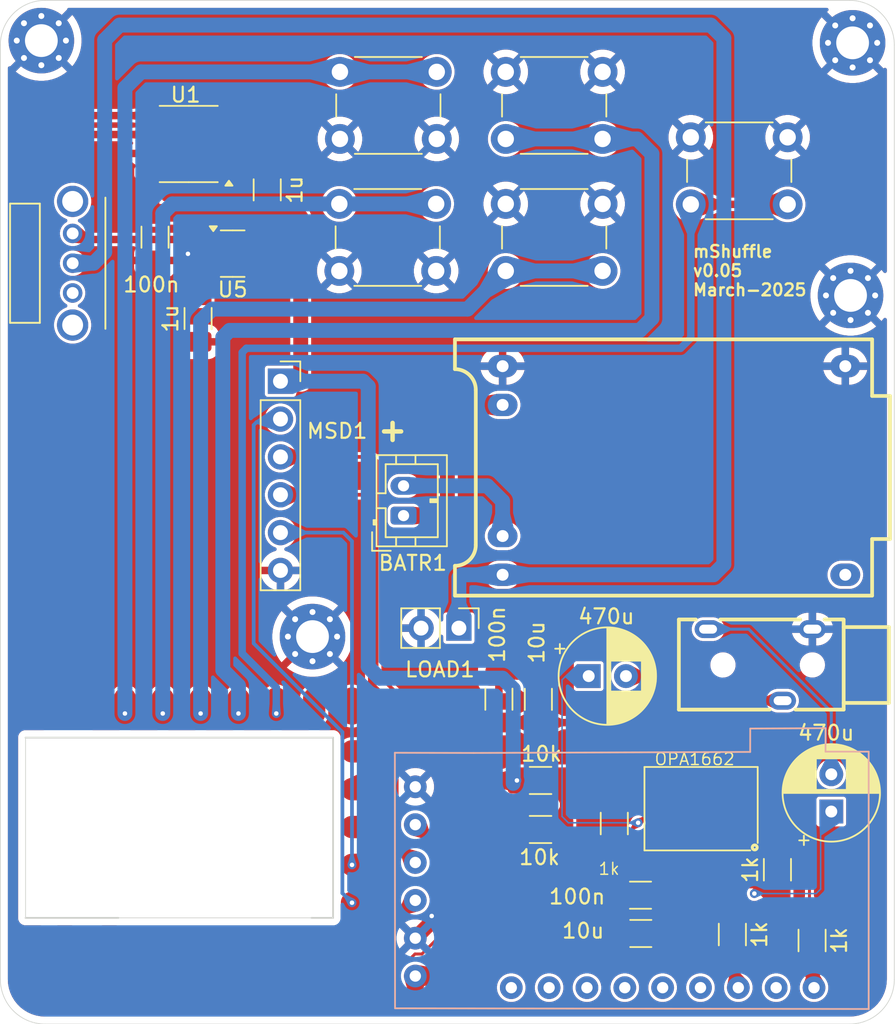
<source format=kicad_pcb>
(kicad_pcb (version 20241229) (generator "pcbnew") (generator_version "9.0")
  (layers (0 "F.Cu" signal) (2 "B.Cu" signal) (13 "F.Paste" user) (15 "B.Paste" user) (5 "F.SilkS" user "F.Silkscreen") (7 "B.SilkS" user "B.Silkscreen") (1 "F.Mask" user) (3 "B.Mask" user) (25 "Edge.Cuts" user))
  (net 0 "")
  (net 1 "GND")
  (net 2 "Net-(C1-Pad1)")
  (net 3 "Net-(U2-ROUT)")
  (net 4 "+3.3V")
  (net 5 "VBIAS")
  (net 6 "Net-(C2-Pad1)")
  (net 7 "Net-(U2-LOUT)")
  (net 8 "I2S_LCK")
  (net 9 "I2S_BCK")
  (net 10 "SDA")
  (net 11 "SCL")
  (net 12 "LOAD")
  (net 13 "SD_CS")
  (net 14 "SD_MISO")
  (net 15 "SD_MOSI")
  (net 16 "SD_CLK")
  (net 17 "Net-(RZ1-GP3)")
  (net 18 "Net-(RZ1-GP4)")
  (net 21 "Net-(RZ1-GP6)")
  (net 24 "Net-(RZ1-GP5)")
  (net 28 "I2S_DATA")
  (net 29 "Net-(RZ1-GP2)")
  (net 31 "Net-(BATR1-Pin_1)")
  (net 32 "Net-(BATR1-Pin_2)")
  (net 33 "Net-(U3A--)")
  (net 34 "Net-(U3B--)")
  (net 43 "Net-(C1-Pad2)")
  (net 44 "Net-(C2-Pad2)")
  (net 45 "LOAD_ON")
  (footprint "Button_Switch_THT:SW_PUSH_6mm" (layer "F.Cu") (at 33.92 11.1)
    (property "Reference" "SW7" (hide yes))
    (property "Value" "Push_Button" (hide yes))
    (pad "1" thru_hole circle (at 0 0 90) (size 2 2) (drill 1.1) (layers "*.Cu" "*.Mask") (net 1 "GND"))
    (pad "1" thru_hole circle (at 6.5 0 90) (size 2 2) (drill 1.1) (layers "*.Cu" "*.Mask") (net 1 "GND"))
    (pad "2" thru_hole circle (at 0 4.5 90) (size 2 2) (drill 1.1) (layers "*.Cu" "*.Mask") (net 24 "Net-(RZ1-GP5)"))
    (pad "2" thru_hole circle (at 6.5 4.5 90) (size 2 2) (drill 1.1) (layers "*.Cu" "*.Mask") (net 24 "Net-(RZ1-GP5)"))
  )
  (footprint "Capacitor_THT:CP_Radial_D6.3mm_P2.50mm" (layer "F.Cu") (at 39.487621 51.65)
    (property "Reference" "C2" (hide yes))
    (property "Value" "470u" (at 1.182379 -4 0) (layer "F.SilkS"))
    (pad "1" thru_hole rect (at 0 0) (size 1.6 1.6) (drill 0.8) (layers "*.Cu" "*.Mask") (net 6 "Net-(C2-Pad1)"))
    (pad "2" thru_hole circle (at 2.5 0) (size 1.6 1.6) (drill 0.8) (layers "*.Cu" "*.Mask") (net 44 "Net-(C2-Pad2)"))
  )
  (footprint "Button_Switch_THT:SW_PUSH_6mm" (layer "F.Cu") (at 46.34 15.49)
    (property "Reference" "SW8" (hide yes))
    (property "Value" "Push_Button" (hide yes))
    (pad "1" thru_hole circle (at 0 0 90) (size 2 2) (drill 1.1) (layers "*.Cu" "*.Mask") (net 1 "GND"))
    (pad "1" thru_hole circle (at 6.5 0 90) (size 2 2) (drill 1.1) (layers "*.Cu" "*.Mask") (net 1 "GND"))
    (pad "2" thru_hole circle (at 0 4.5 90) (size 2 2) (drill 1.1) (layers "*.Cu" "*.Mask") (net 21 "Net-(RZ1-GP6)"))
    (pad "2" thru_hole circle (at 6.5 4.5 90) (size 2 2) (drill 1.1) (layers "*.Cu" "*.Mask") (net 21 "Net-(RZ1-GP6)"))
  )
  (footprint "Connector_PinSocket_2.54mm:PinSocket_1x06_P2.54mm_Vertical" (layer "F.Cu") (at 18.8 31.86)
    (property "Reference" "MSD1" (at 3.8 3.34 0) (layer "F.SilkS"))
    (property "Value" "Conn_01x06_Pin")
    (pad "1" thru_hole rect (at 0 0) (size 1.7 1.7) (drill 1) (layers "*.Cu" "*.Mask") (net 4 "+3.3V"))
    (pad "2" thru_hole oval (at 0 2.54) (size 1.7 1.7) (drill 1) (layers "*.Cu" "*.Mask") (net 13 "SD_CS"))
    (pad "3" thru_hole oval (at 0 5.08) (size 1.7 1.7) (drill 1) (layers "*.Cu" "*.Mask") (net 15 "SD_MOSI"))
    (pad "4" thru_hole oval (at 0 7.62) (size 1.7 1.7) (drill 1) (layers "*.Cu" "*.Mask") (net 16 "SD_CLK"))
    (pad "5" thru_hole oval (at 0 10.16) (size 1.7 1.7) (drill 1) (layers "*.Cu" "*.Mask") (net 14 "SD_MISO"))
    (pad "6" thru_hole oval (at 0 12.7) (size 1.7 1.7) (drill 1) (layers "*.Cu" "*.Mask") (net 1 "GND"))
  )
  (footprint "Button_Switch_THT:SW_PUSH_6mm" (layer "F.Cu") (at 22.75 19.96)
    (property "Reference" "SW5" (hide yes))
    (property "Value" "Push_Button" (hide yes))
    (pad "1" thru_hole circle (at 0 0 90) (size 2 2) (drill 1.1) (layers "*.Cu" "*.Mask") (net 17 "Net-(RZ1-GP3)"))
    (pad "1" thru_hole circle (at 6.5 0 90) (size 2 2) (drill 1.1) (layers "*.Cu" "*.Mask") (net 17 "Net-(RZ1-GP3)"))
    (pad "2" thru_hole circle (at 0 4.5 90) (size 2 2) (drill 1.1) (layers "*.Cu" "*.Mask") (net 1 "GND"))
    (pad "2" thru_hole circle (at 6.5 4.5 90) (size 2 2) (drill 1.1) (layers "*.Cu" "*.Mask") (net 1 "GND"))
  )
  (footprint "MountingHole:MountingHole_2.2mm_M2_Pad_Via" (layer "F.Cu") (at 2.75 9)
    (property "Reference" "H3" (hide yes))
    (property "Value" "MountingHole_Pad" (hide yes))
    (pad "1" thru_hole circle (at -1.65 0) (size 0.7 0.7) (drill 0.4) (layers "*.Cu" "*.Mask") (net 1 "GND"))
    (pad "1" thru_hole circle (at -1.166726 -1.166726) (size 0.7 0.7) (drill 0.4) (layers "*.Cu" "*.Mask") (net 1 "GND"))
    (pad "1" thru_hole circle (at -1.166726 1.166726) (size 0.7 0.7) (drill 0.4) (layers "*.Cu" "*.Mask") (net 1 "GND"))
    (pad "1" thru_hole circle (at 0 -1.65) (size 0.7 0.7) (drill 0.4) (layers "*.Cu" "*.Mask") (net 1 "GND"))
    (pad "1" thru_hole circle (at 0 0) (size 4.4 4.4) (drill 2.2) (layers "*.Cu" "*.Mask") (net 1 "GND"))
    (pad "1" thru_hole circle (at 0 1.65) (size 0.7 0.7) (drill 0.4) (layers "*.Cu" "*.Mask") (net 1 "GND"))
    (pad "1" thru_hole circle (at 1.166726 -1.166726) (size 0.7 0.7) (drill 0.4) (layers "*.Cu" "*.Mask") (net 1 "GND"))
    (pad "1" thru_hole circle (at 1.166726 1.166726) (size 0.7 0.7) (drill 0.4) (layers "*.Cu" "*.Mask") (net 1 "GND"))
    (pad "1" thru_hole circle (at 1.65 0) (size 0.7 0.7) (drill 0.4) (layers "*.Cu" "*.Mask") (net 1 "GND"))
  )
  (footprint "Package_SO:SOIC-8_3.9x4.9mm_P1.27mm" (layer "F.Cu") (at 12.64 15.94 180)
    (property "Reference" "U1" (hide yes))
    (property "Value" "FM24CL64B" (hide yes))
    (pad "1" smd roundrect (at -2.475 -1.905 180) (size 1.95 0.6) (layers "F.Cu" "F.Mask" "F.Paste") (net 1 "GND"))
    (pad "2" smd roundrect (at -2.475 -0.635 180) (size 1.95 0.6) (layers "F.Cu" "F.Mask" "F.Paste") (net 1 "GND"))
    (pad "3" smd roundrect (at -2.475 0.635 180) (size 1.95 0.6) (layers "F.Cu" "F.Mask" "F.Paste") (net 1 "GND"))
    (pad "4" smd roundrect (at -2.475 1.905 180) (size 1.95 0.6) (layers "F.Cu" "F.Mask" "F.Paste") (net 1 "GND"))
    (pad "5" smd roundrect (at 2.475 1.905 180) (size 1.95 0.6) (layers "F.Cu" "F.Mask" "F.Paste") (net 10 "SDA"))
    (pad "6" smd roundrect (at 2.475 0.635 180) (size 1.95 0.6) (layers "F.Cu" "F.Mask" "F.Paste") (net 11 "SCL"))
    (pad "7" smd roundrect (at 2.475 -0.635 180) (size 1.95 0.6) (layers "F.Cu" "F.Mask" "F.Paste") (net 1 "GND"))
    (pad "8" smd roundrect (at 2.475 -1.905 180) (size 1.95 0.6) (layers "F.Cu" "F.Mask" "F.Paste") (net 4 "+3.3V"))
  )
  (footprint "Resistor_SMD:R_1206_3216Metric_Pad1.30x1.75mm_HandSolder" (layer "F.Cu") (at 41.205 61.544481 -90)
    (property "Reference" "R4" (hide yes))
    (property "Value" "1k" (at 3.04 0.35 180) (layer "F.SilkS") (effects (font (size 0.8 0.8) (thickness 0.1))))
    (pad "1" smd roundrect (at -1.55 0 270) (size 1.3 1.75) (layers "F.Cu" "F.Mask" "F.Paste") (roundrect_rratio 0.192308) (net 34 "Net-(U3B--)"))
    (pad "2" smd roundrect (at 1.55 0 270) (size 1.3 1.75) (layers "F.Cu" "F.Mask" "F.Paste") (roundrect_rratio 0.192308) (net 6 "Net-(C2-Pad1)"))
  )
  (footprint "Resistor_SMD:R_1206_3216Metric_Pad1.30x1.75mm_HandSolder" (layer "F.Cu") (at 52.155 64.644481 -90)
    (property "Reference" "R2" (hide yes))
    (property "Value" "1k" (at 0 1.82 90) (layer "F.SilkS"))
    (pad "1" smd roundrect (at -1.55 0 270) (size 1.3 1.75) (layers "F.Cu" "F.Mask" "F.Paste") (roundrect_rratio 0.192308) (net 33 "Net-(U3A--)"))
    (pad "2" smd roundrect (at 1.55 0 270) (size 1.3 1.75) (layers "F.Cu" "F.Mask" "F.Paste") (roundrect_rratio 0.192308) (net 2 "Net-(C1-Pad1)"))
  )
  (footprint "footprints:AUDIO-TH_PJ-3200-Fixed" (layer "F.Cu") (at 51 50.9 180)
    (property "Reference" "CN1" (hide yes))
    (property "Value" "PJ-3200" (hide yes))
    (pad "" np_thru_hole circle (at -3.5 0 180) (size 1.2 1.2) (drill 1.2) (layers "*.Cu" "*.Mask"))
    (pad "" np_thru_hole circle (at 2.5 0 180) (size 1.2 1.2) (drill 1.2) (layers "*.Cu" "*.Mask"))
    (pad "2" thru_hole oval (at -1.5 -2.4 180) (size 1.8 1.2) (drill oval 1.199998 0.599999) (layers "*.Cu" "*.Mask") (net 44 "Net-(C2-Pad2)"))
    (pad "3" thru_hole oval (at -3.5 2.4 180) (size 1.8 1.2) (drill oval 1.199998 0.599999) (layers "*.Cu" "*.Mask") (net 1 "GND"))
    (pad "4" thru_hole oval (at 3.5 2.4 180) (size 1.8 1.2) (drill oval 1.199998 0.599999) (layers "*.Cu" "*.Mask") (net 43 "Net-(C1-Pad2)"))
  )
  (footprint "Resistor_SMD:R_1206_3216Metric_Pad1.30x1.75mm_HandSolder" (layer "F.Cu") (at 54.48 69.394481 90)
    (property "Reference" "R1" (hide yes))
    (property "Value" "1k" (at 0 1.82 90) (layer "F.SilkS"))
    (pad "1" smd roundrect (at -1.55 0 90) (size 1.3 1.75) (layers "F.Cu" "F.Mask" "F.Paste") (roundrect_rratio 0.192308) (net 7 "Net-(U2-LOUT)"))
    (pad "2" smd roundrect (at 1.55 0 90) (size 1.3 1.75) (layers "F.Cu" "F.Mask" "F.Paste") (roundrect_rratio 0.192308) (net 33 "Net-(U3A--)"))
  )
  (footprint "footprints:rp2040-zero-smd-pads-cutout-fixed" (layer "F.Cu") (at 13.44 61.78 90)
    (property "Reference" "RZ1" (hide yes))
    (property "Value" "RP2350-Zero" (hide yes))
    (fp_line (start -6.096 -11.75) (end 6 -11.75) (stroke (width 0.05)) (layer "Edge.Cuts"))
    (fp_line (start -6.096 -5.518) (end -6.096 -11.75) (stroke (width 0.12)) (layer "Edge.Cuts"))
    (fp_line (start -6.096 7.436) (end -6.096 -5.518) (stroke (width 0.05)) (layer "Edge.Cuts"))
    (fp_line (start 6 8.89) (end 6 -11.75) (stroke (width 0.12)) (layer "Edge.Cuts"))
    (fp_line (start -6.096 8.89) (end -6.096 7.436) (stroke (width 0.12)) (layer "Edge.Cuts"))
    (fp_line (start -6.096 8.89) (end 6 8.89) (stroke (width 0.12)) (layer "Edge.Cuts"))
    (pad "1" smd oval (at 7.62 -10.16 270) (size 2.5 1.5) (drill (offset -0.5 0)) (layers "F.Cu" "F.Mask" "F.Paste") (net 10 "SDA"))
    (pad "2" smd oval (at 7.62 -7.62 270) (size 2.5 1.5) (drill (offset -0.5 0)) (layers "F.Cu" "F.Mask" "F.Paste") (net 11 "SCL"))
    (pad "3" smd oval (at 7.62 -5.08 270) (size 2.5 1.5) (drill (offset -0.5 0)) (layers "F.Cu" "F.Mask" "F.Paste") (net 29 "Net-(RZ1-GP2)"))
    (pad "4" smd oval (at 7.62 -2.54 270) (size 2.5 1.5) (drill (offset -0.5 0)) (layers "F.Cu" "F.Mask" "F.Paste") (net 17 "Net-(RZ1-GP3)"))
    (pad "5" smd oval (at 7.62 0 270) (size 2.5 1.5) (drill (offset -0.5 0)) (layers "F.Cu" "F.Mask" "F.Paste") (net 18 "Net-(RZ1-GP4)"))
    (pad "6" smd oval (at 7.62 2.54 270) (size 2.5 1.5) (drill (offset -0.5 0)) (layers "F.Cu" "F.Mask" "F.Paste") (net 24 "Net-(RZ1-GP5)"))
    (pad "7" smd oval (at 7.62 5.08 270) (size 2.5 1.5) (drill (offset -0.5 0)) (layers "F.Cu" "F.Mask" "F.Paste") (net 21 "Net-(RZ1-GP6)"))
    (pad "8" smd oval (at 7.62 7.62 270) (size 2.5 1.5) (drill (offset -0.5 0)) (layers "F.Cu" "F.Mask" "F.Paste"))
    (pad "9" smd oval (at 7.62 10.16 270) (size 2.5 1.5) (drill (offset -0.5 0)) (layers "F.Cu" "F.Mask" "F.Paste"))
    (pad "10" smd oval (at 5.08 10.16 180) (size 2.5 1.5) (drill (offset -0.5 0)) (layers "F.Cu" "F.Mask" "F.Paste"))
    (pad "11" smd oval (at 2.54 10.16 180) (size 2.5 1.5) (drill (offset -0.5 0)) (layers "F.Cu" "F.Mask" "F.Paste") (net 16 "SD_CLK"))
    (pad "12" smd oval (at 0 10.16 180) (size 2.5 1.5) (drill (offset -0.5 0)) (layers "F.Cu" "F.Mask" "F.Paste") (net 15 "SD_MOSI"))
    (pad "13" smd oval (at -2.54 10.16 180) (size 2.5 1.5) (drill (offset -0.5 0)) (layers "F.Cu" "F.Mask" "F.Paste") (net 14 "SD_MISO"))
    (pad "14" smd oval (at -5.08 10.16 180) (size 2.5 1.5) (drill (offset -0.5 0)) (layers "F.Cu" "F.Mask" "F.Paste") (net 13 "SD_CS"))
    (pad "15" smd oval (at -7.62 10.16 90) (size 2.5 1.5) (drill (offset -0.5 0)) (layers "F.Cu" "F.Mask" "F.Paste"))
    (pad "16" smd oval (at -7.62 7.62 90) (size 2.5 1.5) (drill (offset -0.5 0)) (layers "F.Cu" "F.Mask" "F.Paste"))
    (pad "17" smd oval (at -7.62 5.08 90) (size 2.5 1.5) (drill (offset -0.5 0)) (layers "F.Cu" "F.Mask" "F.Paste") (net 9 "I2S_BCK"))
    (pad "18" smd oval (at -7.62 2.54 90) (size 2.5 1.5) (drill (offset -0.5 0)) (layers "F.Cu" "F.Mask" "F.Paste") (net 8 "I2S_LCK"))
    (pad "19" smd oval (at -7.62 0 90) (size 2.5 1.5) (drill (offset -0.5 0)) (layers "F.Cu" "F.Mask" "F.Paste") (net 28 "I2S_DATA"))
    (pad "20" smd oval (at -7.62 -2.54 90) (size 2.5 1.5) (drill (offset -0.5 0)) (layers "F.Cu" "F.Mask" "F.Paste"))
    (pad "21" smd oval (at -7.62 -5.08 90) (size 2.5 1.5) (drill (offset -0.5 0)) (layers "F.Cu" "F.Mask" "F.Paste") (net 4 "+3.3V"))
    (pad "22" smd oval (at -7.62 -10.16 90) (size 2.5 1.5) (drill (offset -0.5 0)) (layers "F.Cu" "F.Mask" "F.Paste"))
    (pad "23" smd oval (at -7.62 -7.62 90) (size 2.5 1.5) (drill (offset -0.5 0)) (layers "F.Cu" "F.Mask" "F.Paste") (net 1 "GND"))
  )
  (footprint "footprints:TP4056_USB-C_module-Fixed" (layer "F.Cu") (at 47.11 35.05 180)
    (property "Reference" "TP1" (hide yes))
    (property "Value" "~")
    (pad "1" thru_hole oval (at -9.6 -9.8 180) (size 2 1.5) (drill 0.8) (layers "*.Cu" "*.Mask"))
    (pad "2" thru_hole oval (at -9.6 4.2 180) (size 2 1.5) (drill 0.8) (layers "*.Cu" "*.Mask") (net 1 "GND"))
    (pad "3" thru_hole oval (at 13.4 -7.2 180) (size 2 1.5) (drill 0.8) (layers "*.Cu" "*.Mask") (net 32 "Net-(BATR1-Pin_2)"))
    (pad "4" thru_hole oval (at 13.4 1.6 180) (size 2 1.5) (drill 0.8) (layers "*.Cu" "*.Mask") (net 31 "Net-(BATR1-Pin_1)"))
    (pad "5" thru_hole oval (at 13.4 -9.8 180) (size 2 1.5) (drill 0.8) (layers "*.Cu" "*.Mask") (net 12 "LOAD"))
    (pad "6" thru_hole oval (at 13.4 4.2 180) (size 2 1.5) (drill 0.8) (layers "*.Cu" "*.Mask") (net 1 "GND"))
  )
  (footprint "Button_Switch_THT:SW_PUSH_6mm" (layer "F.Cu") (at 33.92 19.96)
    (property "Reference" "SW6" (hide yes))
    (property "Value" "Push_Button" (hide yes))
    (pad "1" thru_hole circle (at 0 0 90) (size 2 2) (drill 1.1) (layers "*.Cu" "*.Mask") (net 1 "GND"))
    (pad "1" thru_hole circle (at 6.5 0 90) (size 2 2) (drill 1.1) (layers "*.Cu" "*.Mask") (net 1 "GND"))
    (pad "2" thru_hole circle (at 0 4.5 90) (size 2 2) (drill 1.1) (layers "*.Cu" "*.Mask") (net 18 "Net-(RZ1-GP4)"))
    (pad "2" thru_hole circle (at 6.5 4.5 90) (size 2 2) (drill 1.1) (layers "*.Cu" "*.Mask") (net 18 "Net-(RZ1-GP4)"))
  )
  (footprint "Capacitor_SMD:C_1206_3216Metric_Pad1.33x1.80mm_HandSolder" (layer "F.Cu") (at 33.46 53.2025 90)
    (property "Reference" "C39" (hide yes))
    (property "Value" "100n" (at 4.3425 -0.11 270) (layer "F.SilkS"))
    (pad "1" smd roundrect (at -1.5625 0 90) (size 1.325 1.8) (layers "F.Cu" "F.Mask" "F.Paste") (roundrect_rratio 0.188679) (net 5 "VBIAS"))
    (pad "2" smd roundrect (at 1.5625 0 90) (size 1.325 1.8) (layers "F.Cu" "F.Mask" "F.Paste") (roundrect_rratio 0.188679) (net 1 "GND"))
  )
  (footprint "Connector_PinHeader_2.54mm:PinHeader_1x02_P2.54mm_Vertical" (layer "F.Cu") (at 30.775 48.43 -90)
    (property "Reference" "LOAD1" (at 2.78 1.275 0) (layer "F.SilkS"))
    (property "Value" "Conn_01x02" (hide yes))
    (pad "1" thru_hole rect (at 0 0 270) (size 1.7 1.7) (drill 1) (layers "*.Cu" "*.Mask") (net 12 "LOAD"))
    (pad "2" thru_hole oval (at 0 2.54 270) (size 1.7 1.7) (drill 1) (layers "*.Cu" "*.Mask") (net 1 "GND"))
  )
  (footprint "Resistor_SMD:R_1206_3216Metric_Pad1.30x1.75mm_HandSolder" (layer "F.Cu") (at 49.13 68.994481 90)
    (property "Reference" "R5" (hide yes))
    (property "Value" "1k" (at 0 1.82 90) (layer "F.SilkS"))
    (pad "1" smd roundrect (at -1.55 0 90) (size 1.3 1.75) (layers "F.Cu" "F.Mask" "F.Paste") (roundrect_rratio 0.192308) (net 3 "Net-(U2-ROUT)"))
    (pad "2" smd roundrect (at 1.55 0 90) (size 1.3 1.75) (layers "F.Cu" "F.Mask" "F.Paste") (roundrect_rratio 0.192308) (net 34 "Net-(U3B--)"))
  )
  (footprint "Button_Switch_THT:SW_PUSH_6mm" (layer "F.Cu") (at 22.79 11.1)
    (property "Reference" "SW4" (hide yes))
    (property "Value" "Push_Button" (hide yes))
    (pad "1" thru_hole circle (at 0 0 90) (size 2 2) (drill 1.1) (layers "*.Cu" "*.Mask") (net 29 "Net-(RZ1-GP2)"))
    (pad "1" thru_hole circle (at 6.5 0 90) (size 2 2) (drill 1.1) (layers "*.Cu" "*.Mask") (net 29 "Net-(RZ1-GP2)"))
    (pad "2" thru_hole circle (at 0 4.5 90) (size 2 2) (drill 1.1) (layers "*.Cu" "*.Mask") (net 1 "GND"))
    (pad "2" thru_hole circle (at 6.5 4.5 90) (size 2 2) (drill 1.1) (layers "*.Cu" "*.Mask") (net 1 "GND"))
  )
  (footprint "Capacitor_SMD:C_1206_3216Metric_Pad1.33x1.80mm_HandSolder" (layer "F.Cu") (at 42.965 66.354481 180)
    (property "Reference" "C41" (hide yes))
    (property "Value" "100n" (at 4.25 -0.1 0) (layer "F.SilkS"))
    (pad "1" smd roundrect (at -1.5625 0 180) (size 1.325 1.8) (layers "F.Cu" "F.Mask" "F.Paste") (roundrect_rratio 0.188679) (net 4 "+3.3V"))
    (pad "2" smd roundrect (at 1.5625 0 180) (size 1.325 1.8) (layers "F.Cu" "F.Mask" "F.Paste") (roundrect_rratio 0.188679) (net 1 "GND"))
  )
  (footprint "Capacitor_SMD:C_1206_3216Metric_Pad1.33x1.80mm_HandSolder" (layer "F.Cu") (at 17.91 19.0175 90)
    (property "Reference" "C44" (hide yes))
    (property "Value" "1u" (at 0 1.85 90) (layer "F.SilkS"))
    (pad "1" smd roundrect (at -1.5625 0 90) (size 1.325 1.8) (layers "F.Cu" "F.Mask" "F.Paste") (roundrect_rratio 0.188679) (net 4 "+3.3V"))
    (pad "2" smd roundrect (at 1.5625 0 90) (size 1.325 1.8) (layers "F.Cu" "F.Mask" "F.Paste") (roundrect_rratio 0.188679) (net 1 "GND"))
  )
  (footprint "MountingHole:MountingHole_2.2mm_M2_Pad_Via" (layer "F.Cu") (at 20.95 49)
    (property "Reference" "H1" (hide yes))
    (property "Value" "MountingHole_Pad" (hide yes))
    (pad "1" thru_hole circle (at -1.65 0) (size 0.7 0.7) (drill 0.4) (layers "*.Cu" "*.Mask") (net 1 "GND"))
    (pad "1" thru_hole circle (at -1.166726 -1.166726) (size 0.7 0.7) (drill 0.4) (layers "*.Cu" "*.Mask") (net 1 "GND"))
    (pad "1" thru_hole circle (at -1.166726 1.166726) (size 0.7 0.7) (drill 0.4) (layers "*.Cu" "*.Mask") (net 1 "GND"))
    (pad "1" thru_hole circle (at 0 -1.65) (size 0.7 0.7) (drill 0.4) (layers "*.Cu" "*.Mask") (net 1 "GND"))
    (pad "1" thru_hole circle (at 0 0) (size 4.4 4.4) (drill 2.2) (layers "*.Cu" "*.Mask") (net 1 "GND"))
    (pad "1" thru_hole circle (at 0 1.65) (size 0.7 0.7) (drill 0.4) (layers "*.Cu" "*.Mask") (net 1 "GND"))
    (pad "1" thru_hole circle (at 1.166726 -1.166726) (size 0.7 0.7) (drill 0.4) (layers "*.Cu" "*.Mask") (net 1 "GND"))
    (pad "1" thru_hole circle (at 1.166726 1.166726) (size 0.7 0.7) (drill 0.4) (layers "*.Cu" "*.Mask") (net 1 "GND"))
    (pad "1" thru_hole circle (at 1.65 0) (size 0.7 0.7) (drill 0.4) (layers "*.Cu" "*.Mask") (net 1 "GND"))
  )
  (footprint "footprints:SK12D07VG4-Fixed" (layer "F.Cu") (at 4.85 23.94 -90)
    (property "Reference" "U4" (hide yes))
    (property "Value" "SK12D07VG4" (hide yes))
    (pad "" thru_hole circle (at -4.15 0 270) (size 2.1 2.1) (drill 1.4) (layers "*.Cu" "*.Mask"))
    (pad "" thru_hole circle (at 4.15 0 270) (size 2.1 2.1) (drill 1.4) (layers "*.Cu" "*.Mask"))
    (pad "1" thru_hole circle (at -2 0 270) (size 1.308 1.308) (drill 0.8) (layers "*.Cu" "*.Mask") (net 45 "LOAD_ON"))
    (pad "2" thru_hole circle (at 2 0 270) (size 1.308 1.308) (drill 0.8) (layers "*.Cu" "*.Mask"))
    (pad "COM" thru_hole circle (at 0 0 270) (size 1.308 1.308) (drill 0.8) (layers "*.Cu" "*.Mask") (net 12 "LOAD"))
  )
  (footprint "Capacitor_THT:CP_Radial_D6.3mm_P2.50mm" (layer "F.Cu") (at 55.77 60.74 90)
    (property "Reference" "C1" (hide yes))
    (property "Value" "470u" (at 5.279594 -0.345 180) (layer "F.SilkS"))
    (pad "1" thru_hole rect (at 0 0 90) (size 1.6 1.6) (drill 0.8) (layers "*.Cu" "*.Mask") (net 2 "Net-(C1-Pad1)"))
    (pad "2" thru_hole circle (at 2.5 0 90) (size 1.6 1.6) (drill 0.8) (layers "*.Cu" "*.Mask") (net 43 "Net-(C1-Pad2)"))
  )
  (footprint "MountingHole:MountingHole_2.2mm_M2_Pad_Via" (layer "F.Cu") (at 57.2 9.15)
    (property "Reference" "H4" (hide yes))
    (property "Value" "MountingHole_Pad" (hide yes))
    (pad "1" thru_hole circle (at -1.65 0) (size 0.7 0.7) (drill 0.4) (layers "*.Cu" "*.Mask") (net 1 "GND"))
    (pad "1" thru_hole circle (at -1.166726 -1.166726) (size 0.7 0.7) (drill 0.4) (layers "*.Cu" "*.Mask") (net 1 "GND"))
    (pad "1" thru_hole circle (at -1.166726 1.166726) (size 0.7 0.7) (drill 0.4) (layers "*.Cu" "*.Mask") (net 1 "GND"))
    (pad "1" thru_hole circle (at 0 -1.65) (size 0.7 0.7) (drill 0.4) (layers "*.Cu" "*.Mask") (net 1 "GND"))
    (pad "1" thru_hole circle (at 0 0) (size 4.4 4.4) (drill 2.2) (layers "*.Cu" "*.Mask") (net 1 "GND"))
    (pad "1" thru_hole circle (at 0 1.65) (size 0.7 0.7) (drill 0.4) (layers "*.Cu" "*.Mask") (net 1 "GND"))
    (pad "1" thru_hole circle (at 1.166726 -1.166726) (size 0.7 0.7) (drill 0.4) (layers "*.Cu" "*.Mask") (net 1 "GND"))
    (pad "1" thru_hole circle (at 1.166726 1.166726) (size 0.7 0.7) (drill 0.4) (layers "*.Cu" "*.Mask") (net 1 "GND"))
    (pad "1" thru_hole circle (at 1.65 0) (size 0.7 0.7) (drill 0.4) (layers "*.Cu" "*.Mask") (net 1 "GND"))
  )
  (footprint "MountingHole:MountingHole_2.2mm_M2_Pad_Via" (layer "F.Cu") (at 57.063274 26.103274)
    (property "Reference" "H2" (hide yes))
    (property "Value" "MountingHole_Pad" (hide yes))
    (pad "1" thru_hole circle (at -1.65 0) (size 0.7 0.7) (drill 0.4) (layers "*.Cu" "*.Mask") (net 1 "GND"))
    (pad "1" thru_hole circle (at -1.166726 -1.166726) (size 0.7 0.7) (drill 0.4) (layers "*.Cu" "*.Mask") (net 1 "GND"))
    (pad "1" thru_hole circle (at -1.166726 1.166726) (size 0.7 0.7) (drill 0.4) (layers "*.Cu" "*.Mask") (net 1 "GND"))
    (pad "1" thru_hole circle (at 0 -1.65) (size 0.7 0.7) (drill 0.4) (layers "*.Cu" "*.Mask") (net 1 "GND"))
    (pad "1" thru_hole circle (at 0 0) (size 4.4 4.4) (drill 2.2) (layers "*.Cu" "*.Mask") (net 1 "GND"))
    (pad "1" thru_hole circle (at 0 1.65) (size 0.7 0.7) (drill 0.4) (layers "*.Cu" "*.Mask") (net 1 "GND"))
    (pad "1" thru_hole circle (at 1.166726 -1.166726) (size 0.7 0.7) (drill 0.4) (layers "*.Cu" "*.Mask") (net 1 "GND"))
    (pad "1" thru_hole circle (at 1.166726 1.166726) (size 0.7 0.7) (drill 0.4) (layers "*.Cu" "*.Mask") (net 1 "GND"))
    (pad "1" thru_hole circle (at 1.65 0) (size 0.7 0.7) (drill 0.4) (layers "*.Cu" "*.Mask") (net 1 "GND"))
  )
  (footprint "Resistor_SMD:R_1206_3216Metric_Pad1.30x1.75mm_HandSolder" (layer "F.Cu") (at 36.255 61.944481 180)
    (property "Reference" "R11" (hide yes))
    (property "Value" "10k" (hide yes))
    (pad "1" smd roundrect (at -1.55 0 180) (size 1.3 1.75) (layers "F.Cu" "F.Mask" "F.Paste") (roundrect_rratio 0.192308) (net 5 "VBIAS"))
    (pad "2" smd roundrect (at 1.55 0 180) (size 1.3 1.75) (layers "F.Cu" "F.Mask" "F.Paste") (roundrect_rratio 0.192308) (net 1 "GND"))
  )
  (footprint "Capacitor_SMD:C_1206_3216Metric_Pad1.33x1.80mm_HandSolder" (layer "F.Cu") (at 36.11 53.21 90)
    (property "Reference" "C40" (hide yes))
    (property "Value" "10u" (at 3.82 -0.11 90) (layer "F.SilkS"))
    (pad "1" smd roundrect (at -1.5625 0 90) (size 1.325 1.8) (layers "F.Cu" "F.Mask" "F.Paste") (roundrect_rratio 0.188679) (net 5 "VBIAS"))
    (pad "2" smd roundrect (at 1.5625 0 90) (size 1.325 1.8) (layers "F.Cu" "F.Mask" "F.Paste") (roundrect_rratio 0.188679) (net 1 "GND"))
  )
  (footprint "Capacitor_SMD:C_1206_3216Metric_Pad1.33x1.80mm_HandSolder" (layer "F.Cu") (at 13.27 27.6525 -90)
    (property "Reference" "C43" (hide yes))
    (property "Value" "1u" (at 0 1.85 90) (layer "F.SilkS"))
    (pad "1" smd roundrect (at -1.5625 0 270) (size 1.325 1.8) (layers "F.Cu" "F.Mask" "F.Paste") (roundrect_rratio 0.188679) (net 45 "LOAD_ON"))
    (pad "2" smd roundrect (at 1.5625 0 270) (size 1.325 1.8) (layers "F.Cu" "F.Mask" "F.Paste") (roundrect_rratio 0.188679) (net 1 "GND"))
  )
  (footprint "PCM_Package_SO_AKL:SO-8_3.9x4.9mm_P1.27mm" (layer "F.Cu") (at 47.03 60.549481 180)
    (property "Reference" "U3" (hide yes))
    (property "Value" "OPA1662" (at 0.43 3.329481 0) (layer "F.SilkS") (effects (font (size 0.8 0.8) (thickness 0.1))))
    (pad "1" smd roundrect (at -2.575 -1.905 180) (size 1.75 0.6) (layers "F.Cu" "F.Mask" "F.Paste") (net 2 "Net-(C1-Pad1)"))
    (pad "2" smd roundrect (at -2.575 -0.635 180) (size 1.75 0.6) (layers "F.Cu" "F.Mask" "F.Paste") (net 33 "Net-(U3A--)"))
    (pad "3" smd roundrect (at -2.575 0.635 180) (size 1.75 0.6) (layers "F.Cu" "F.Mask" "F.Paste") (net 5 "VBIAS"))
    (pad "4" smd roundrect (at -2.575 1.905 180) (size 1.75 0.6) (layers "F.Cu" "F.Mask" "F.Paste") (net 1 "GND"))
    (pad "5" smd roundrect (at 2.575 1.905 180) (size 1.75 0.6) (layers "F.Cu" "F.Mask" "F.Paste") (net 5 "VBIAS"))
    (pad "6" smd roundrect (at 2.575 0.635 180) (size 1.75 0.6) (layers "F.Cu" "F.Mask" "F.Paste") (net 34 "Net-(U3B--)"))
    (pad "7" smd roundrect (at 2.575 -0.635 180) (size 1.75 0.6) (layers "F.Cu" "F.Mask" "F.Paste") (net 6 "Net-(C2-Pad1)"))
    (pad "8" smd roundrect (at 2.575 -1.905 180) (size 1.75 0.6) (layers "F.Cu" "F.Mask" "F.Paste") (net 4 "+3.3V"))
  )
  (footprint "Resistor_SMD:R_1206_3216Metric_Pad1.30x1.75mm_HandSolder" (layer "F.Cu") (at 36.255 58.654481)
    (property "Reference" "R10" (hide yes))
    (property "Value" "10k" (at 0.06 -1.78 0) (layer "F.SilkS"))
    (pad "1" smd roundrect (at -1.55 0) (size 1.3 1.75) (layers "F.Cu" "F.Mask" "F.Paste") (roundrect_rratio 0.192308) (net 4 "+3.3V"))
    (pad "2" smd roundrect (at 1.55 0) (size 1.3 1.75) (layers "F.Cu" "F.Mask" "F.Paste") (roundrect_rratio 0.192308) (net 5 "VBIAS"))
  )
  (footprint "Capacitor_SMD:C_1206_3216Metric_Pad1.33x1.80mm_HandSolder" (layer "F.Cu") (at 42.985 68.924481 180)
    (property "Reference" "C42" (hide yes))
    (property "Value" "10u" (at 3.87 0.18 0) (layer "F.SilkS"))
    (pad "1" smd roundrect (at -1.5625 0 180) (size 1.325 1.8) (layers "F.Cu" "F.Mask" "F.Paste") (roundrect_rratio 0.188679) (net 4 "+3.3V"))
    (pad "2" smd roundrect (at 1.5625 0 180) (size 1.325 1.8) (layers "F.Cu" "F.Mask" "F.Paste") (roundrect_rratio 0.188679) (net 1 "GND"))
  )
  (footprint "Package_TO_SOT_SMD:SOT-23-5" (layer "F.Cu") (at 15.59 23.2975)
    (property "Reference" "U5" (at 0 2.4125 0) (layer "F.SilkS"))
    (property "Value" "TLV75533PDBV" (hide yes))
    (pad "1" smd roundrect (at -1.1375 -0.95) (size 1.325 0.6) (layers "F.Cu" "F.Mask" "F.Paste") (net 45 "LOAD_ON"))
    (pad "2" smd roundrect (at -1.1375 0) (size 1.325 0.6) (layers "F.Cu" "F.Mask" "F.Paste") (net 1 "GND"))
    (pad "3" smd roundrect (at -1.1375 0.95) (size 1.325 0.6) (layers "F.Cu" "F.Mask" "F.Paste") (net 45 "LOAD_ON"))
    (pad "4" smd roundrect (at 1.1375 0.95) (size 1.325 0.6) (layers "F.Cu" "F.Mask" "F.Paste"))
    (pad "5" smd roundrect (at 1.1375 -0.95) (size 1.325 0.6) (layers "F.Cu" "F.Mask" "F.Paste") (net 4 "+3.3V"))
  )
  (footprint "Capacitor_SMD:C_1206_3216Metric_Pad1.33x1.80mm_HandSolder" (layer "F.Cu") (at 10.38 22.1925 -90)
    (property "Reference" "C45" (hide yes))
    (property "Value" "100n" (at 3.1875 0.24 180) (layer "F.SilkS"))
    (pad "1" smd roundrect (at -1.5625 0 270) (size 1.325 1.8) (layers "F.Cu" "F.Mask" "F.Paste") (roundrect_rratio 0.188679) (net 4 "+3.3V"))
    (pad "2" smd roundrect (at 1.5625 0 270) (size 1.325 1.8) (layers "F.Cu" "F.Mask" "F.Paste") (roundrect_rratio 0.188679) (net 1 "GND"))
  )
  (footprint "Connector_JST:JST_PH_B2B-PH-K_1x02_P2.00mm_Vertical" (layer "F.Cu") (at 27.06 40.88 90)
    (property "Reference" "BATR1" (at -3.18 0.62 0) (layer "F.SilkS"))
    (property "Value" "Conn_01x02" (hide yes))
    (pad "1" thru_hole roundrect (at 0 0 90) (size 1.2 1.75) (drill 0.75) (layers "*.Cu" "*.Mask") (roundrect_rratio 0.208333) (net 31 "Net-(BATR1-Pin_1)"))
    (pad "2" thru_hole oval (at 2 0 90) (size 1.2 1.75) (drill 0.75) (layers "*.Cu" "*.Mask") (net 32 "Net-(BATR1-Pin_2)"))
  )
  (footprint "footprints:GY-PCM5102" (layer "B.Cu") (at 42.785431 64.59405)
    (property "Reference" "U2" (hide yes))
    (property "Value" "GY-PCM5102" (hide yes))
    (pad "1" thru_hole circle (at -14.935431 7.18595) (size 1.524 1.524) (drill 0.762) (layers "*.Cu" "*.Mask") (net 4 "+3.3V"))
    (pad "2" thru_hole circle (at -14.935431 4.64595) (size 1.524 1.524) (drill 0.762) (layers "*.Cu" "*.Mask") (net 1 "GND"))
    (pad "3" thru_hole circle (at -14.935431 2.10595) (size 1.524 1.524) (drill 0.762) (layers "*.Cu" "*.Mask") (net 8 "I2S_LCK"))
    (pad "4" thru_hole circle (at -14.935431 -0.43405) (size 1.524 1.524) (drill 0.762) (layers "*.Cu" "*.Mask") (net 28 "I2S_DATA"))
    (pad "5" thru_hole circle (at -14.935431 -2.97405) (size 1.524 1.524) (drill 0.762) (layers "*.Cu" "*.Mask") (net 9 "I2S_BCK"))
    (pad "6" thru_hole circle (at -14.935431 -5.51405) (size 1.524 1.524) (drill 0.762) (layers "*.Cu" "*.Mask") (net 1 "GND"))
    (pad "7" thru_hole circle (at -8.495431 7.96595) (size 1.524 1.524) (drill 0.762) (layers "*.Cu" "*.Mask"))
    (pad "8" thru_hole circle (at -5.955431 7.96595) (size 1.524 1.524) (drill 0.762) (layers "*.Cu" "*.Mask"))
    (pad "9" thru_hole circle (at -3.415431 7.96595) (size 1.524 1.524) (drill 0.762) (layers "*.Cu" "*.Mask"))
    (pad "10" thru_hole circle (at -0.875431 7.96595) (size 1.524 1.524) (drill 0.762) (layers "*.Cu" "*.Mask"))
    (pad "11" thru_hole circle (at 1.664569 7.96595) (size 1.524 1.524) (drill 0.762) (layers "*.Cu" "*.Mask"))
    (pad "12" thru_hole circle (at 4.204569 7.96595) (size 1.524 1.524) (drill 0.762) (layers "*.Cu" "*.Mask"))
    (pad "13" thru_hole circle (at 6.744569 7.96595) (size 1.524 1.524) (drill 0.762) (layers "*.Cu" "*.Mask") (net 3 "Net-(U2-ROUT)"))
    (pad "14" thru_hole circle (at 9.284569 7.96595) (size 1.524 1.524) (drill 0.762) (layers "*.Cu" "*.Mask"))
    (pad "15" thru_hole circle (at 11.824569 7.96595) (size 1.524 1.524) (drill 0.762) (layers "*.Cu" "*.Mask") (net 7 "Net-(U2-LOUT)"))
  )
  (gr_line (start 3 6.3) (end 57 6.3) (stroke (width 0.05)) (layer "Edge.Cuts"))
  (gr_arc (start 57 6.3) (mid 59.12132 7.17868) (end 60 9.3) (stroke (width 0.05)) (layer "Edge.Cuts"))
  (gr_arc (start 3 75) (mid 0.87868 74.12132) (end 0 72) (stroke (width 0.05)) (layer "Edge.Cuts"))
  (gr_arc (start 60 72) (mid 59.12132 74.12132) (end 57 75) (stroke (width 0.05)) (layer "Edge.Cuts"))
  (gr_line (start 0 72) (end 0 9.3) (stroke (width 0.05)) (layer "Edge.Cuts"))
  (gr_line (start 57 75) (end 3 75) (stroke (width 0.05)) (layer "Edge.Cuts"))
  (gr_arc (start 0 9.3) (mid 0.87868 7.17868) (end 3 6.3) (stroke (width 0.05)) (layer "Edge.Cuts"))
  (gr_line (start 60 9.3) (end 60 72) (stroke (width 0.05)) (layer "Edge.Cuts"))
  (gr_text "U1" (at 12.43 12.64 0) (layer "F.SilkS") (effects (font (size 1 1))))
  (gr_text "+" (at 25.2 36 0) (layer "F.SilkS") (effects (font (size 1.5 1.5) (thickness 0.3) (bold yes)) (justify left bottom)))
  (gr_text "10k" (at 36.185 63.814481 0) (layer "F.SilkS") (effects (font (size 1 1))))
  (gr_text "mShuffle\nv0.05\nMarch-2025" (at 46.4 26.2 0) (layer "F.SilkS") (effects (font (size 0.8 0.8) (thickness 0.16) (bold yes)) (justify left bottom)))
  (segment (start 28.95 67.75) (end 28.95 68.14) (width 1) (layer "F.Cu") (net 1))
  (segment (start 12.59 23.31) (end 14.485 23.31) (width 0.5) (layer "F.Cu") (net 1))
  (segment (start 28.95 68.14) (end 27.85 69.24) (width 1) (layer "F.Cu") (net 1))
  (via (at 12.59 23.31) (size 0.6) (drill 0.3) (layers "F.Cu" "B.Cu") (net 1))
  (via (at 28.95 67.75) (size 0.6) (drill 0.3) (layers "F.Cu" "B.Cu") (net 1))
  (segment (start 50.605 65.794481) (end 49.805 65.794481) (width 0.2) (layer "F.Cu") (net 2))
  (segment (start 50.605 66.244481) (end 50.605 65.794481) (width 0.1) (layer "F.Cu") (net 2))
  (segment (start 49.805 65.794481) (end 49.605 65.594481) (width 0.2) (layer "F.Cu") (net 2))
  (segment (start 49.605 62.454481) (end 49.605 65.594481) (width 0.2) (layer "F.Cu") (net 2))
  (segment (start 52.455 65.794481) (end 50.605 65.794481) (width 0.2) (layer "F.Cu") (net 2))
  (via (at 50.605 66.244481) (size 0.6) (drill 0.3) (layers "F.Cu" "B.Cu") (net 2))
  (segment (start 54.755 66.244481) (end 52.205 66.244481) (width 0.1) (layer "B.Cu") (net 2))
  (segment (start 54.755 66.244481) (end 55.055 65.944481) (width 0.1) (layer "B.Cu") (net 2))
  (segment (start 55.055 61.149594) (end 55.055 65.944481) (width 0.1) (layer "B.Cu") (net 2))
  (segment (start 52.205 66.244481) (end 50.605 66.244481) (width 0.1) (layer "B.Cu") (net 2))
  (segment (start 49.149569 72.810431) (end 49.149569 70.56405) (width 0.2) (layer "F.Cu") (net 3))
  (segment (start 12.87 20.63) (end 10.38 20.63) (width 1) (layer "F.Cu") (net 4))
  (segment (start 32.16 64.71) (end 32.09 64.78) (width 0.5) (layer "F.Cu") (net 4))
  (segment (start 10.165 20.415) (end 10.38 20.63) (width 1) (layer "F.Cu") (net 4))
  (segment (start 18.23 20.65) (end 16.72 20.65) (width 1) (layer "F.Cu") (net 4))
  (segment (start 27.85 73.13) (end 27.85 71.78) (width 1) (layer "F.Cu") (net 4))
  (segment (start 44.455 64.71) (end 44.455 68.831981) (width 0.5) (layer "F.Cu") (net 4))
  (segment (start 44.455 62.454481) (end 44.455 64.71) (width 0.5) (layer "F.Cu") (net 4))
  (segment (start 32.09 71.11) (end 31.42 71.78) (width 1) (layer "F.Cu") (net 4))
  (segment (start 16.7275 22.3475) (end 16.7275 20.6575) (width 1) (layer "F.Cu") (net 4))
  (segment (start 32.09 59.08) (end 32.09 64.78) (width 1) (layer "F.Cu") (net 4))
  (segment (start 14.12 20.65) (end 12.89 20.65) (width 1) (layer "F.Cu") (net 4))
  (segment (start 18.8 31.86) (end 20.2 31.86) (width 1) (layer "F.Cu") (net 4))
  (segment (start 14.12 20.65) (end 16.72 20.65) (width 1) (layer "F.Cu") (net 4))
  (segment (start 10.165 17.845) (end 10.165 20.415) (width 1) (layer "F.Cu") (net 4))
  (segment (start 44.455 64.71) (end 32.16 64.71) (width 0.5) (layer "F.Cu") (net 4))
  (segment (start 34.705 58.654481) (end 32.515519 58.654481) (width 1) (layer "F.Cu") (net 4))
  (segment (start 32.09 64.78) (end 32.09 71.11) (width 1) (layer "F.Cu") (net 4))
  (segment (start 31.689569 72.030431) (end 31.965 71.755) (width 0.2) (layer "F.Cu") (net 4))
  (segment (start 31.965 64.634481) (end 31.965 59.194481) (width 0.2) (layer "F.Cu") (net 4))
  (segment (start 31.965 71.755) (end 31.965 64.634481) (width 0.2) (layer "F.Cu") (net 4))
  (segment (start 27.469569 72.030431) (end 31.689569 72.030431) (width 0.2) (layer "F.Cu") (net 4))
  (segment (start 20.16 31.82) (end 20.16 20.84) (width 1) (layer "F.Cu") (net 4))
  (segment (start 31.42 71.78) (end 27.85 71.78) (width 1) (layer "F.Cu") (net 4))
  (segment (start 12.89 20.65) (end 12.87 20.63) (width 1) (layer "F.Cu") (net 4))
  (segment (start 27.469569 73.510431) (end 27.85 73.13) (width 1) (layer "F.Cu") (net 4))
  (segment (start 44.6125 68.454481) (end 44.6125 64.574481) (width 0.2) (layer "F.Cu") (net 4))
  (segment (start 9.480431 73.510431) (end 27.469569 73.510431) (width 1) (layer "F.Cu") (net 4))
  (segment (start 18.88 20.65) (end 18.23 20.65) (width 1) (layer "F.Cu") (net 4))
  (segment (start 44.5275 66.354481) (end 44.5275 68.904481) (width 0.2) (layer "F.Cu") (net 4))
  (segment (start 20.2 31.86) (end 20.16 31.82) (width 1) (layer "F.Cu") (net 4))
  (segment (start 44.5525 64.634481) (end 44.6125 64.574481) (width 0.2) (layer "F.Cu") (net 4))
  (segment (start 8.36 72.39) (end 9.480431 73.510431) (width 1) (layer "F.Cu") (net 4))
  (segment (start 16.7275 20.6575) (end 16.72 20.65) (width 1) (layer "F.Cu") (net 4))
  (segment (start 8.36 69.4) (end 8.36 72.39) (width 1) (layer "F.Cu") (net 4))
  (segment (start 12.89 20.65) (end 10.8 20.65) (width 1) (layer "F.Cu") (net 4))
  (segment (start 19.97 20.65) (end 14.12 20.65) (width 1) (layer "F.Cu") (net 4))
  (segment (start 10.165 20.015) (end 10.165 17.845) (width 1) (layer "F.Cu") (net 4))
  (segment (start 32.515519 58.654481) (end 32.09 59.08) (width 1) (layer "F.Cu") (net 4))
  (segment (start 32.505 58.654481) (end 34.67 58.654481) (width 0.2) (layer "F.Cu") (net 4))
  (segment (start 14.12 20.65) (end 18.88 20.65) (width 1) (layer "F.Cu") (net 4))
  (segment (start 20.16 20.84) (end 19.97 20.65) (width 1) (layer "F.Cu") (net 4))
  (via (at 34.67 58.654481) (size 0.6) (drill 0.3) (layers "F.Cu" "B.Cu") (net 4))
  (segment (start 24.34 31.86) (end 18.8 31.86) (width 1) (layer "B.Cu") (net 4))
  (segment (start 24.691 51.031) (end 24.691 32.211) (width 1) (layer "B.Cu") (net 4))
  (segment (start 24.691 51.031) (end 25.45 51.79) (width 1) (layer "B.Cu") (net 4))
  (segment (start 25.45 51.79) (end 33.7 51.79) (width 1) (layer "B.Cu") (net 4))
  (segment (start 24.691 32.211) (end 24.34 31.86) (width 1) (layer "B.Cu") (net 4))
  (segment (start 34.42 52.51) (end 34.42 58.85) (width 1) (layer "B.Cu") (net 4))
  (segment (start 33.7 51.79) (end 34.42 52.51) (width 1) (layer "B.Cu") (net 4))
  (segment (start 44.455 58.644481) (end 46.155 58.644481) (width 0.2) (layer "F.Cu") (net 5))
  (segment (start 37.805 58.654481) (end 37.805 61.944481) (width 0.5) (layer "F.Cu") (net 5))
  (segment (start 41.1 55.09) (end 41.1 58.594481) (width 0.5) (layer "F.Cu") (net 5))
  (segment (start 37.805 58.654481) (end 44.445 58.654481) (width 0.5) (layer "F.Cu") (net 5))
  (segment (start 47.425 59.914481) (end 49.605 59.914481) (width 0.2) (layer "F.Cu") (net 5))
  (segment (start 46.155 58.644481) (end 47.425 59.914481) (width 0.2) (layer "F.Cu") (net 5))
  (segment (start 33.46 54.765) (end 36.1025 54.765) (width 0.5) (layer "F.Cu") (net 5))
  (segment (start 36.11 54.7725) (end 40.7825 54.7725) (width 0.5) (layer "F.Cu") (net 5))
  (segment (start 40.7825 54.7725) (end 41.1 55.09) (width 0.5) (layer "F.Cu") (net 5))
  (segment (start 41.1 58.594481) (end 41.04 58.654481) (width 0.2) (layer "F.Cu") (net 5))
  (segment (start 44.455 61.184481) (end 43.115 61.184481) (width 0.2) (layer "F.Cu") (net 6))
  (segment (start 42.805 61.494481) (end 41.205 63.094481) (width 0.2) (layer "F.Cu") (net 6))
  (segment (start 43.115 61.184481) (end 42.805 61.494481) (width 0.2) (layer "F.Cu") (net 6))
  (via (at 42.805 61.494481) (size 0.6) (drill 0.3) (layers "F.Cu" "B.Cu") (net 6))
  (segment (start 37.9 51.7) (end 37.7 51.9) (width 0.1) (layer "B.Cu") (net 6))
  (segment (start 37.7 61.07) (end 38.124481 61.494481) (width 0.1) (layer "B.Cu") (net 6))
  (segment (start 37.7 51.9) (end 37.7 61.07) (width 0.1) (layer "B.Cu") (net 6))
  (segment (start 39.994888 51.7) (end 37.9 51.7) (width 0.1) (layer "B.Cu") (net 6))
  (segment (start 38.124481 61.494481) (end 42.805 61.494481) (width 0.1) (layer "B.Cu") (net 6))
  (segment (start 54.48 70.944481) (end 54.48 72.56) (width 0.2) (layer "F.Cu") (net 7))
  (segment (start 26.406569 68.013431) (end 27.469569 66.950431) (width 0.2) (layer "F.Cu") (net 8))
  (segment (start 15.98 71.35) (end 16.7 72.07) (width 0.2) (layer "F.Cu") (net 8))
  (segment (start 26.406569 70.533431) (end 26.406569 68.013431) (width 0.2) (layer "F.Cu") (net 8))
  (segment (start 16.7 72.07) (end 24.87 72.07) (width 0.2) (layer "F.Cu") (net 8))
  (segment (start 24.87 72.07) (end 26.406569 70.533431) (width 0.2) (layer "F.Cu") (net 8))
  (segment (start 15.98 69.4) (end 15.98 71.35) (width 0.2) (layer "F.Cu") (net 8))
  (segment (start 26.005569 66.424431) (end 26.005569 70.367331) (width 0.2) (layer "F.Cu") (net 9))
  (segment (start 24.7039 71.669) (end 19.509 71.669) (width 0.2) (layer "F.Cu") (net 9))
  (segment (start 28.913 62.683) (end 28.913 64.60031) (width 0.2) (layer "F.Cu") (net 9))
  (segment (start 28.913 62.683) (end 27.85 61.62) (width 0.2) (layer "F.Cu") (net 9))
  (segment (start 26.005569 70.367331) (end 24.7039 71.669) (width 0.2) (layer "F.Cu") (net 9))
  (segment (start 28.16331 65.35) (end 27.08 65.35) (width 0.2) (layer "F.Cu") (net 9))
  (segment (start 19.509 71.669) (end 18.52 70.68) (width 0.2) (layer "F.Cu") (net 9))
  (segment (start 28.913 64.60031) (end 28.16331 65.35) (width 0.2) (layer "F.Cu") (net 9))
  (segment (start 27.08 65.35) (end 26.005569 66.424431) (width 0.2) (layer "F.Cu") (net 9))
  (segment (start 2.172893 53.052893) (end 3.28 54.16) (width 0.5) (layer "F.Cu") (net 10))
  (segment (start 2.575 14.035) (end 1.88 14.73) (width 0.5) (layer "F.Cu") (net 10))
  (segment (start 10.165 14.035) (end 2.575 14.035) (width 0.5) (layer "F.Cu") (net 10))
  (segment (start 1.88 14.73) (end 1.88 52.345786) (width 0.5) (layer "F.Cu") (net 10))
  (arc (start 2.172893 53.052893) (mid 1.95612 52.72847) (end 1.88 52.345786) (width 0.5) (layer "F.Cu") (net 10))
  (segment (start 2.91 15.94) (end 3.545 15.305) (width 0.5) (layer "F.Cu") (net 11))
  (segment (start 3.545 15.305) (end 10.165 15.305) (width 0.5) (layer "F.Cu") (net 11))
  (segment (start 5.82 53.65) (end 3.202893 51.032893) (width 0.5) (layer "F.Cu") (net 11))
  (segment (start 2.91 50.325786) (end 2.91 15.94) (width 0.5) (layer "F.Cu") (net 11))
  (arc (start 3.202893 51.032893) (mid 2.98612 50.70847) (end 2.91 50.325786) (width 0.5) (layer "F.Cu") (net 11))
  (segment (start 30.775 45.045) (end 30.97 44.85) (width 1) (layer "B.Cu") (net 12))
  (segment (start 7 8.96) (end 8 7.96) (width 1) (layer "B.Cu") (net 12))
  (segment (start 47.86 44.85) (end 33.71 44.85) (width 1) (layer "B.Cu") (net 12))
  (segment (start 30.775 48.43) (end 30.775 46.61) (width 1) (layer "B.Cu") (net 12))
  (segment (start 6.26 23.94) (end 7 23.2) (width 1) (layer "B.Cu") (net 12))
  (segment (start 30.97 44.85) (end 33.71 44.85) (width 1) (layer "B.Cu") (net 12))
  (segment (start 8 7.96) (end 47.68 7.96) (width 1) (layer "B.Cu") (net 12))
  (segment (start 47.68 7.96) (end 48.56 8.84) (width 1) (layer "B.Cu") (net 12))
  (segment (start 48.56 8.84) (end 48.56 44.15) (width 1) (layer "B.Cu") (net 12))
  (segment (start 7 23.2) (end 7 8.96) (width 1) (layer "B.Cu") (net 12))
  (segment (start 48.56 44.15) (end 47.86 44.85) (width 1) (layer "B.Cu") (net 12))
  (segment (start 30.775 46.61) (end 30.775 45.045) (width 1) (layer "B.Cu") (net 12))
  (segment (start 4.85 23.94) (end 6.26 23.94) (width 1) (layer "B.Cu") (net 12))
  (via (at 23.6 66.86) (size 0.6) (drill 0.3) (layers "F.Cu" "B.Cu") (net 13))
  (segment (start 18.6 34.6) (end 17.2 34.6) (width 0.25) (layer "B.Cu") (net 13))
  (segment (start 17 34.8) (end 17 49.452304) (width 0.25) (layer "B.Cu") (net 13))
  (segment (start 17.2 34.6) (end 17 34.8) (width 0.25) (layer "B.Cu") (net 13))
  (segment (start 22.956 55.408304) (end 22.956 66.216) (width 0.25) (layer "B.Cu") (net 13))
  (segment (start 22.956 66.216) (end 23.6 66.86) (width 0.25) (layer "B.Cu") (net 13))
  (segment (start 17 49.452304) (end 22.956 55.408304) (width 0.25) (layer "B.Cu") (net 13))
  (via (at 23.6 64.32) (size 0.6) (drill 0.3) (layers "F.Cu" "B.Cu") (net 14))
  (segment (start 23.02 42.02) (end 18.8 42.02) (width 0.25) (layer "B.Cu") (net 14))
  (segment (start 23.6 42.6) (end 23.02 42.02) (width 0.25) (layer "B.Cu") (net 14))
  (segment (start 23.6 64.32) (end 23.6 42.6) (width 0.25) (layer "B.Cu") (net 14))
  (segment (start 26.6 60.764235) (end 26.6 52.8) (width 0.25) (layer "F.Cu") (net 15))
  (segment (start 26.582118 60.782117) (end 26.582118 60.782118) (width 0.25) (layer "F.Cu") (net 15))
  (segment (start 25.584236 61.78) (end 26.582118 60.782118) (width 0.25) (layer "F.Cu") (net 15))
  (segment (start 25.251 51.451) (end 25.251 37.2) (width 0.25) (layer "F.Cu") (net 15))
  (segment (start 18.8 36.94) (end 24.991 36.94) (width 0.25) (layer "F.Cu") (net 15))
  (segment (start 26.582118 60.782118) (end 26.6 60.764235) (width 0.25) (layer "F.Cu") (net 15))
  (segment (start 23.6 61.78) (end 25.584236 61.78) (width 0.25) (layer "F.Cu") (net 15))
  (segment (start 26.6 52.8) (end 25.251 51.451) (width 0.25) (layer "F.Cu") (net 15))
  (segment (start 24.991 36.94) (end 25.251 37.2) (width 0.25) (layer "F.Cu") (net 15))
  (segment (start 24.48 39.48) (end 24.8 39.8) (width 0.25) (layer "F.Cu") (net 16))
  (segment (start 24.8 39.8) (end 24.8 52) (width 0.25) (layer "F.Cu") (net 16))
  (segment (start 25.601 57.239) (end 23.6 59.24) (width 0.1) (layer "F.Cu") (net 16))
  (segment (start 25.676 52.876) (end 25.676 57.164) (width 0.25) (layer "F.Cu") (net 16))
  (segment (start 24.8 52) (end 25.676 52.876) (width 0.25) (layer "F.Cu") (net 16))
  (segment (start 18.8 39.48) (end 24.48 39.48) (width 0.25) (layer "F.Cu") (net 16))
  (segment (start 25.676 57.164) (end 23.6 59.24) (width 0.25) (layer "F.Cu") (net 16))
  (via (at 10.9 54.16) (size 0.6) (drill 0.3) (layers "F.Cu" "B.Cu") (net 17))
  (segment (start 10.9 54.16) (end 10.9 20.6) (width 1) (layer "B.Cu") (net 17))
  (segment (start 11.54 19.96) (end 29.25 19.96) (width 1) (layer "B.Cu") (net 17))
  (segment (start 10.9 20.6) (end 11.54 19.96) (width 1) (layer "B.Cu") (net 17))
  (via (at 13.44 54.16) (size 0.6) (drill 0.3) (layers "F.Cu" "B.Cu") (net 18))
  (segment (start 33.92 24.46) (end 31.36 27.02) (width 1) (layer "B.Cu") (net 18))
  (segment (start 31.36 27.02) (end 14.22 27.02) (width 1) (layer "B.Cu") (net 18))
  (segment (start 13.44 27.8) (end 13.44 54.16) (width 1) (layer "B.Cu") (net 18))
  (segment (start 40.42 24.46) (end 33.92 24.46) (width 1) (layer "B.Cu") (net 18))
  (segment (start 14.22 27.02) (end 13.44 27.8) (width 1) (layer "B.Cu") (net 18))
  (segment (start 46.34 19.99) (end 52.84 19.99) (width 0.5) (layer "F.Cu") (net 21))
  (via (at 18.52 54.16) (size 0.6) (drill 0.3) (layers "F.Cu" "B.Cu") (net 21))
  (segment (start 16.511 29.649) (end 16.23 29.93) (width 0.5) (layer "B.Cu") (net 21))
  (segment (start 45.659 29.649) (end 16.511 29.649) (width 0.5) (layer "B.Cu") (net 21))
  (segment (start 18.52 52.42) (end 18.52 54.16) (width 0.5) (layer "B.Cu") (net 21))
  (segment (start 16.23 29.93) (end 16.23 50.13) (width 0.5) (layer "B.Cu") (net 21))
  (segment (start 46.34 28.968) (end 45.659 29.649) (width 0.5) (layer "B.Cu") (net 21))
  (segment (start 16.23 50.13) (end 18.52 52.42) (width 0.5) (layer "B.Cu") (net 21))
  (segment (start 46.34 19.99) (end 46.34 28.968) (width 0.5) (layer "B.Cu") (net 21))
  (via (at 15.98 54.16) (size 0.6) (drill 0.3) (layers "F.Cu" "B.Cu") (net 24))
  (segment (start 15.98 54.16) (end 15.98 52.29) (width 1) (layer "B.Cu") (net 24))
  (segment (start 42.92 28.449) (end 43.73 27.639) (width 1) (layer "B.Cu") (net 24))
  (segment (start 14.93 28.91) (end 15.391 28.449) (width 1) (layer "B.Cu") (net 24))
  (segment (start 15.98 52.29) (end 14.93 51.24) (width 1) (layer "B.Cu") (net 24))
  (segment (start 14.93 51.24) (end 14.93 28.91) (width 1) (layer "B.Cu") (net 24))
  (segment (start 33.92 15.6) (end 40.42 15.6) (width 1) (layer "B.Cu") (net 24))
  (segment (start 43.73 16.6) (end 42.73 15.6) (width 1) (layer "B.Cu") (net 24))
  (segment (start 15.391 28.449) (end 42.92 28.449) (width 1) (layer "B.Cu") (net 24))
  (segment (start 42.73 15.6) (end 40.42 15.6) (width 1) (layer "B.Cu") (net 24))
  (segment (start 43.73 27.639) (end 43.73 16.6) (width 1) (layer "B.Cu") (net 24))
  (segment (start 29.791 68.80231) (end 28.29031 70.303) (width 0.2) (layer "F.Cu") (net 28))
  (segment (start 27.82369 70.303) (end 25.65569 72.471) (width 0.2) (layer "F.Cu") (net 28))
  (segment (start 27.40969 60.557) (end 28.29031 60.557) (width 0.2) (layer "F.Cu") (net 28))
  (segment (start 13.781 72.471) (end 13.44 72.13) (width 0.2) (layer "F.Cu") (net 28))
  (segment (start 26.787 61.17969) (end 27.40969 60.557) (width 0.2) (layer "F.Cu") (net 28))
  (segment (start 26.787 63.097) (end 26.787 61.17969) (width 0.2) (layer "F.Cu") (net 28))
  (segment (start 13.44 72.13) (end 13.44 69.4) (width 0.2) (layer "F.Cu") (net 28))
  (segment (start 25.65569 72.471) (end 13.781 72.471) (width 0.2) (layer "F.Cu") (net 28))
  (segment (start 28.29031 60.557) (end 29.791 62.05769) (width 0.2) (layer "F.Cu") (net 28))
  (segment (start 29.791 62.05769) (end 29.791 68.80231) (width 0.2) (layer "F.Cu") (net 28))
  (segment (start 28.29031 70.303) (end 27.82369 70.303) (width 0.2) (layer "F.Cu") (net 28))
  (segment (start 27.85 64.16) (end 26.787 63.097) (width 0.2) (layer "F.Cu") (net 28))
  (via (at 8.36 54.16) (size 0.6) (drill 0.3) (layers "F.Cu" "B.Cu") (net 29))
  (segment (start 9.44 11.1) (end 22.79 11.1) (width 1) (layer "B.Cu") (net 29))
  (segment (start 8.36 54.16) (end 8.36 12.18) (width 1) (layer "B.Cu") (net 29))
  (segment (start 8.36 12.18) (end 9.44 11.1) (width 1) (layer "B.Cu") (net 29))
  (segment (start 29.29 11.1) (end 22.79 11.1) (width 1) (layer "B.Cu") (net 29))
  (segment (start 30.55 33.45) (end 33.71 33.45) (width 1) (layer "F.Cu") (net 31))
  (segment (start 27.06 40.88) (end 29.92 40.88) (width 1) (layer "F.Cu") (net 31))
  (segment (start 30 34) (end 30.55 33.45) (width 1) (layer "F.Cu") (net 31))
  (segment (start 30 40.8) (end 30 34) (width 1) (layer "F.Cu") (net 31))
  (segment (start 29.92 40.88) (end 30 40.8) (width 1) (layer "F.Cu") (net 31))
  (segment (start 33.71 42.25) (end 33.71 39.91) (width 1) (layer "B.Cu") (net 32))
  (segment (start 32.68 38.88) (end 27.06 38.88) (width 1) (layer "B.Cu") (net 32))
  (segment (start 33.71 39.91) (end 32.68 38.88) (width 1) (layer "B.Cu") (net 32))
  (segment (start 49.605 61.184481) (end 52.045 61.184481) (width 0.2) (layer "F.Cu") (net 33))
  (segment (start 52.455 61.594481) (end 52.455 62.694481) (width 0.2) (layer "F.Cu") (net 33))
  (segment (start 54.305 63.094481) (end 52.155 63.094481) (width 0.2) (layer "F.Cu") (net 33))
  (segment (start 54.305 67.744481) (end 54.305 63.094481) (width 0.2) (layer "F.Cu") (net 33))
  (segment (start 52.045 61.184481) (end 52.455 61.594481) (width 0.2) (layer "F.Cu") (net 33))
  (segment (start 44.455 59.914481) (end 45.329999 59.914481) (width 0.2) (layer "F.Cu") (net 34))
  (segment (start 44.455 59.914481) (end 41.586 59.914481) (width 0.2) (layer "F.Cu") (net 34))
  (segment (start 45.329999 59.914481) (end 46.43 61.014482) (width 0.2) (layer "F.Cu") (net 34))
  (segment (start 46.43 61.014482) (end 46.43 67.244481) (width 0.2) (layer "F.Cu") (net 34))
  (segment (start 46.78 67.594481) (end 48.705 67.594481) (width 0.2) (layer "F.Cu") (net 34))
  (segment (start 46.43 67.244481) (end 46.78 67.594481) (width 0.2) (layer "F.Cu") (net 34))
  (segment (start 50.23 48.5) (end 55.77 54.04) (width 0.2) (layer "B.Cu") (net 43))
  (segment (start 47.5 48.5) (end 50.23 48.5) (width 0.2) (layer "B.Cu") (net 43))
  (segment (start 55.77 54.04) (end 55.77 58.24) (width 0.2) (layer "B.Cu") (net 43))
  (segment (start 49.36 53.3) (end 52.5 53.3) (width 0.2) (layer "F.Cu") (net 44))
  (segment (start 42.494888 51.7) (end 47.76 51.7) (width 0.2) (layer "F.Cu") (net 44))
  (segment (start 47.76 51.7) (end 49.36 53.3) (width 0.2) (layer "F.Cu") (net 44))
  (segment (start 14.4525 22.3475) (end 5.2575 22.3475) (width 0.5) (layer "F.Cu") (net 45))
  (segment (start 13.4925 24.2475) (end 14.4525 24.2475) (width 0.2) (layer "F.Cu") (net 45))
  (segment (start 15.3925 24.2475) (end 15.441 24.199) (width 0.25) (layer "F.Cu") (net 45))
  (segment (start 5.2575 22.3475) (end 4.85 21.94) (width 0.5) (layer "F.Cu") (net 45))
  (segment (start 13.26 24.48) (end 13.4925 24.2475) (width 0.2) (layer "F.Cu") (net 45))
  (segment (start 15.441 22.491) (end 15.2975 22.3475) (width 0.25) (layer "F.Cu") (net 45))
  (segment (start 13.26 24.7) (end 13.27 24.71) (width 0.2) (layer "F.Cu") (net 45))
  (segment (start 14.4525 24.2475) (end 15.3925 24.2475) (width 0.25) (layer "F.Cu") (net 45))
  (segment (start 15.2975 22.3475) (end 14.4525 22.3475) (width 0.25) (layer "F.Cu") (net 45))
  (segment (start 15.441 24.199) (end 15.441 22.491) (width 0.25) (layer "F.Cu") (net 45))
  (segment (start 13.27 24.71) (end 13.27 26.09) (width 0.2) (layer "F.Cu") (net 45))
  (segment (start 13.26 24.7) (end 13.26 24.48) (width 0.2) (layer "F.Cu") (net 45))
  (zone (net 1) (net_name "GND") (layer "F.Cu") (connect_pads (clearance 0.2)) (min_thickness 0.25) (fill yes (thermal_gap 0.5) (thermal_bridge_width 0.5))
    (polygon (pts (xy 0 6.4) (xy 60 6.4) (xy 60 75) (xy 0 75)))
  )
  (zone (net 1) (net_name "GND") (layer "B.Cu") (connect_pads (clearance 0.2)) (min_thickness 0.25) (fill yes (thermal_gap 0.5) (thermal_bridge_width 0.5))
    (polygon (pts (xy 0.05 6.4) (xy 60.05 6.4) (xy 60.05 75) (xy 0.05 75)))
  )
)
</source>
